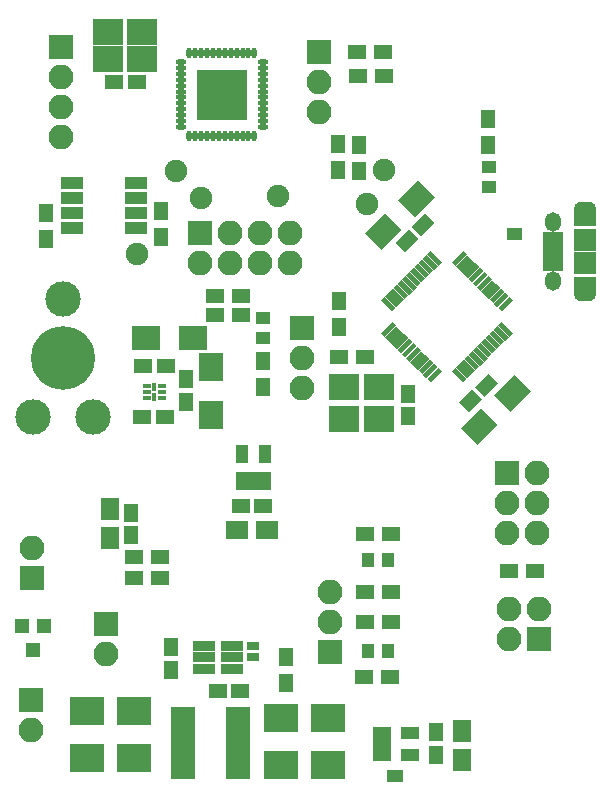
<source format=gbr>
G04 #@! TF.FileFunction,Soldermask,Bot*
%FSLAX46Y46*%
G04 Gerber Fmt 4.6, Leading zero omitted, Abs format (unit mm)*
G04 Created by KiCad (PCBNEW 4.0.7) date Sat Apr 21 08:57:54 2018*
%MOMM*%
%LPD*%
G01*
G04 APERTURE LIST*
%ADD10C,0.100000*%
%ADD11R,2.100000X2.100000*%
%ADD12O,2.100000X2.100000*%
%ADD13R,1.650000X1.900000*%
%ADD14R,1.150000X1.600000*%
%ADD15R,1.600000X1.150000*%
%ADD16R,2.900000X2.400000*%
%ADD17R,2.400000X2.000000*%
%ADD18R,1.900000X1.650000*%
%ADD19R,2.000000X2.400000*%
%ADD20R,0.700000X1.000000*%
%ADD21R,1.200000X1.000000*%
%ADD22R,1.000000X1.200000*%
%ADD23O,1.350000X1.650000*%
%ADD24R,1.750000X0.800000*%
%ADD25O,1.950000X1.400000*%
%ADD26R,1.950000X1.600000*%
%ADD27R,1.950000X1.900000*%
%ADD28R,2.000000X6.100000*%
%ADD29R,1.200000X1.300000*%
%ADD30R,1.600000X1.300000*%
%ADD31R,1.000000X0.800000*%
%ADD32R,1.300000X1.600000*%
%ADD33C,3.000000*%
%ADD34C,5.400000*%
%ADD35R,1.600000X1.000000*%
%ADD36R,1.873000X0.900000*%
%ADD37R,2.650000X2.160000*%
%ADD38O,0.940000X0.440000*%
%ADD39O,0.440000X0.940000*%
%ADD40R,4.340000X4.340000*%
%ADD41R,2.500000X2.200000*%
%ADD42R,1.950000X1.000000*%
%ADD43R,0.680000X0.400000*%
%ADD44R,0.450000X0.730000*%
%ADD45R,1.000000X1.600000*%
%ADD46C,1.900000*%
G04 APERTURE END LIST*
D10*
D11*
X110050000Y-153460000D03*
D12*
X110050000Y-156000000D03*
D13*
X140150000Y-164950000D03*
X140150000Y-162450000D03*
D14*
X137950000Y-164500000D03*
X137950000Y-162600000D03*
D15*
X121400000Y-159100000D03*
X119500000Y-159100000D03*
D16*
X124900000Y-165400000D03*
X124900000Y-161400000D03*
X128800000Y-165400000D03*
X128800000Y-161400000D03*
X108400000Y-160800000D03*
X108400000Y-164800000D03*
X112400000Y-160800000D03*
X112400000Y-164800000D03*
D14*
X115524637Y-155398077D03*
X115524637Y-157298077D03*
D10*
G36*
X136455635Y-115830151D02*
X137869849Y-117244365D01*
X136172793Y-118941421D01*
X134758579Y-117527207D01*
X136455635Y-115830151D01*
X136455635Y-115830151D01*
G37*
G36*
X133627207Y-118658579D02*
X135041421Y-120072793D01*
X133344365Y-121769849D01*
X131930151Y-120355635D01*
X133627207Y-118658579D01*
X133627207Y-118658579D01*
G37*
G36*
X137030850Y-118655977D02*
X137844023Y-119469150D01*
X136712652Y-120600521D01*
X135899479Y-119787348D01*
X137030850Y-118655977D01*
X137030850Y-118655977D01*
G37*
G36*
X135687348Y-119999479D02*
X136500521Y-120812652D01*
X135369150Y-121944023D01*
X134555977Y-121130850D01*
X135687348Y-119999479D01*
X135687348Y-119999479D01*
G37*
D14*
X135650000Y-135850000D03*
X135650000Y-133950000D03*
D10*
G36*
X141494365Y-138269849D02*
X140080151Y-136855635D01*
X141777207Y-135158579D01*
X143191421Y-136572793D01*
X141494365Y-138269849D01*
X141494365Y-138269849D01*
G37*
G36*
X144322793Y-135441421D02*
X142908579Y-134027207D01*
X144605635Y-132330151D01*
X146019849Y-133744365D01*
X144322793Y-135441421D01*
X144322793Y-135441421D01*
G37*
G36*
X140747399Y-135515774D02*
X139934226Y-134702601D01*
X141065597Y-133571230D01*
X141878770Y-134384403D01*
X140747399Y-135515774D01*
X140747399Y-135515774D01*
G37*
G36*
X142090901Y-134172272D02*
X141277728Y-133359099D01*
X142409099Y-132227728D01*
X143222272Y-133040901D01*
X142090901Y-134172272D01*
X142090901Y-134172272D01*
G37*
D15*
X110750000Y-107500000D03*
X112650000Y-107500000D03*
D17*
X113400000Y-129200000D03*
X117400000Y-129200000D03*
D15*
X113200000Y-131600000D03*
X115100000Y-131600000D03*
D18*
X123667644Y-145429574D03*
X121167644Y-145429574D03*
D15*
X123367644Y-143429574D03*
X121467644Y-143429574D03*
D19*
X118900000Y-135700000D03*
X118900000Y-131700000D03*
D14*
X116800000Y-134600000D03*
X116800000Y-132700000D03*
D13*
X110398077Y-146175363D03*
X110398077Y-143675363D03*
D14*
X112198077Y-145925363D03*
X112198077Y-144025363D03*
D15*
X115000000Y-135900000D03*
X113100000Y-135900000D03*
D20*
X134850000Y-166300000D03*
X134190000Y-166300000D03*
X144950000Y-120400000D03*
X144290000Y-120400000D03*
D21*
X123300000Y-129200000D03*
X123300000Y-127500000D03*
X142499024Y-114765654D03*
X142499024Y-116465654D03*
D22*
X132250000Y-148000000D03*
X133950000Y-148000000D03*
X133900000Y-155700000D03*
X132200000Y-155700000D03*
D11*
X110050000Y-153460000D03*
D12*
X110050000Y-156000000D03*
D11*
X128993900Y-155790900D03*
D12*
X128993900Y-153250900D03*
X128993900Y-150710900D03*
D11*
X128050000Y-104960000D03*
D12*
X128050000Y-107500000D03*
X128050000Y-110040000D03*
D11*
X103700000Y-159860000D03*
D12*
X103700000Y-162400000D03*
D11*
X146690000Y-154700000D03*
D12*
X146690000Y-152160000D03*
X144150000Y-154700000D03*
X144150000Y-152160000D03*
D11*
X126644400Y-128333500D03*
D12*
X126644400Y-130873500D03*
X126644400Y-133413500D03*
D23*
X147900000Y-124400000D03*
X147900000Y-119400000D03*
D24*
X147900000Y-121900000D03*
X147900000Y-121250000D03*
X147900000Y-120600000D03*
X147900000Y-123200000D03*
X147900000Y-122550000D03*
D25*
X150600000Y-125400000D03*
X150600000Y-118400000D03*
D26*
X150600000Y-124800000D03*
X150600000Y-119000000D03*
D27*
X150600000Y-122900000D03*
X150600000Y-120900000D03*
D11*
X117980000Y-120360000D03*
D12*
X117980000Y-122900000D03*
X120520000Y-120360000D03*
X120520000Y-122900000D03*
X123060000Y-120360000D03*
X123060000Y-122900000D03*
X125600000Y-120360000D03*
X125600000Y-122900000D03*
D11*
X143960000Y-140650000D03*
D12*
X146500000Y-140650000D03*
X143960000Y-143190000D03*
X146500000Y-143190000D03*
X143960000Y-145730000D03*
X146500000Y-145730000D03*
D11*
X103800000Y-149540000D03*
D12*
X103800000Y-147000000D03*
D28*
X121250000Y-163500000D03*
X116550000Y-163500000D03*
D29*
X102900000Y-153600000D03*
X104800000Y-153600000D03*
X103850000Y-155600000D03*
D30*
X132000000Y-153250000D03*
X134200000Y-153250000D03*
X132000000Y-150700000D03*
X134200000Y-150700000D03*
X131300000Y-105000000D03*
X133500000Y-105000000D03*
X131400000Y-107000000D03*
X133600000Y-107000000D03*
D31*
X122524637Y-156198077D03*
X122524637Y-155298077D03*
D32*
X125300000Y-156200000D03*
X125300000Y-158400000D03*
X123300000Y-131150000D03*
X123300000Y-133350000D03*
X142399024Y-112865654D03*
X142399024Y-110665654D03*
D30*
X132000000Y-145800000D03*
X134200000Y-145800000D03*
X134100000Y-157900000D03*
X131900000Y-157900000D03*
D32*
X129800000Y-128300000D03*
X129800000Y-126100000D03*
D30*
X129800000Y-130800000D03*
X132000000Y-130800000D03*
X144200000Y-148900000D03*
X146400000Y-148900000D03*
D32*
X131450000Y-115050000D03*
X131450000Y-112850000D03*
D30*
X119300000Y-125700000D03*
X121500000Y-125700000D03*
X119300000Y-127300000D03*
X121500000Y-127300000D03*
D32*
X114700000Y-120700000D03*
X114700000Y-118500000D03*
X105000000Y-120800000D03*
X105000000Y-118600000D03*
X129650000Y-115000000D03*
X129650000Y-112800000D03*
D30*
X112398077Y-147775363D03*
X114598077Y-147775363D03*
X114598077Y-149575363D03*
X112398077Y-149575363D03*
D33*
X103900000Y-135900000D03*
X108900000Y-135900000D03*
X106400000Y-125900000D03*
D34*
X106400000Y-130900000D03*
D35*
X135750000Y-164550000D03*
X135750000Y-162650000D03*
X133450000Y-162650000D03*
X133450000Y-164550000D03*
X133450000Y-163600000D03*
D36*
X118362637Y-156248077D03*
X120724637Y-156248077D03*
X120724637Y-155298077D03*
X120724637Y-157198077D03*
X118362637Y-157198077D03*
X118362637Y-155298077D03*
D10*
G36*
X138468665Y-132031549D02*
X137521142Y-132979072D01*
X137210015Y-132667945D01*
X138157538Y-131720422D01*
X138468665Y-132031549D01*
X138468665Y-132031549D01*
G37*
G36*
X138115111Y-131677996D02*
X137167588Y-132625519D01*
X136856461Y-132314392D01*
X137803984Y-131366869D01*
X138115111Y-131677996D01*
X138115111Y-131677996D01*
G37*
G36*
X137761558Y-131324443D02*
X136814035Y-132271966D01*
X136502908Y-131960839D01*
X137450431Y-131013316D01*
X137761558Y-131324443D01*
X137761558Y-131324443D01*
G37*
G36*
X137408005Y-130970889D02*
X136460482Y-131918412D01*
X136149355Y-131607285D01*
X137096878Y-130659762D01*
X137408005Y-130970889D01*
X137408005Y-130970889D01*
G37*
G36*
X137054451Y-130617336D02*
X136106928Y-131564859D01*
X135795801Y-131253732D01*
X136743324Y-130306209D01*
X137054451Y-130617336D01*
X137054451Y-130617336D01*
G37*
G36*
X136700898Y-130263783D02*
X135753375Y-131211306D01*
X135442248Y-130900179D01*
X136389771Y-129952656D01*
X136700898Y-130263783D01*
X136700898Y-130263783D01*
G37*
G36*
X136347344Y-129910229D02*
X135399821Y-130857752D01*
X135088694Y-130546625D01*
X136036217Y-129599102D01*
X136347344Y-129910229D01*
X136347344Y-129910229D01*
G37*
G36*
X135993791Y-129556676D02*
X135046268Y-130504199D01*
X134735141Y-130193072D01*
X135682664Y-129245549D01*
X135993791Y-129556676D01*
X135993791Y-129556676D01*
G37*
G36*
X135640238Y-129203122D02*
X134692715Y-130150645D01*
X134381588Y-129839518D01*
X135329111Y-128891995D01*
X135640238Y-129203122D01*
X135640238Y-129203122D01*
G37*
G36*
X135286684Y-128849569D02*
X134339161Y-129797092D01*
X134028034Y-129485965D01*
X134975557Y-128538442D01*
X135286684Y-128849569D01*
X135286684Y-128849569D01*
G37*
G36*
X134933131Y-128496016D02*
X133985608Y-129443539D01*
X133674481Y-129132412D01*
X134622004Y-128184889D01*
X134933131Y-128496016D01*
X134933131Y-128496016D01*
G37*
G36*
X134579578Y-128142462D02*
X133632055Y-129089985D01*
X133320928Y-128778858D01*
X134268451Y-127831335D01*
X134579578Y-128142462D01*
X134579578Y-128142462D01*
G37*
G36*
X134579578Y-126657538D02*
X134268451Y-126968665D01*
X133320928Y-126021142D01*
X133632055Y-125710015D01*
X134579578Y-126657538D01*
X134579578Y-126657538D01*
G37*
G36*
X134933131Y-126303984D02*
X134622004Y-126615111D01*
X133674481Y-125667588D01*
X133985608Y-125356461D01*
X134933131Y-126303984D01*
X134933131Y-126303984D01*
G37*
G36*
X135286684Y-125950431D02*
X134975557Y-126261558D01*
X134028034Y-125314035D01*
X134339161Y-125002908D01*
X135286684Y-125950431D01*
X135286684Y-125950431D01*
G37*
G36*
X135640238Y-125596878D02*
X135329111Y-125908005D01*
X134381588Y-124960482D01*
X134692715Y-124649355D01*
X135640238Y-125596878D01*
X135640238Y-125596878D01*
G37*
G36*
X135993791Y-125243324D02*
X135682664Y-125554451D01*
X134735141Y-124606928D01*
X135046268Y-124295801D01*
X135993791Y-125243324D01*
X135993791Y-125243324D01*
G37*
G36*
X136347344Y-124889771D02*
X136036217Y-125200898D01*
X135088694Y-124253375D01*
X135399821Y-123942248D01*
X136347344Y-124889771D01*
X136347344Y-124889771D01*
G37*
G36*
X136700898Y-124536217D02*
X136389771Y-124847344D01*
X135442248Y-123899821D01*
X135753375Y-123588694D01*
X136700898Y-124536217D01*
X136700898Y-124536217D01*
G37*
G36*
X137054451Y-124182664D02*
X136743324Y-124493791D01*
X135795801Y-123546268D01*
X136106928Y-123235141D01*
X137054451Y-124182664D01*
X137054451Y-124182664D01*
G37*
G36*
X137408005Y-123829111D02*
X137096878Y-124140238D01*
X136149355Y-123192715D01*
X136460482Y-122881588D01*
X137408005Y-123829111D01*
X137408005Y-123829111D01*
G37*
G36*
X137761558Y-123475557D02*
X137450431Y-123786684D01*
X136502908Y-122839161D01*
X136814035Y-122528034D01*
X137761558Y-123475557D01*
X137761558Y-123475557D01*
G37*
G36*
X138115111Y-123122004D02*
X137803984Y-123433131D01*
X136856461Y-122485608D01*
X137167588Y-122174481D01*
X138115111Y-123122004D01*
X138115111Y-123122004D01*
G37*
G36*
X138468665Y-122768451D02*
X138157538Y-123079578D01*
X137210015Y-122132055D01*
X137521142Y-121820928D01*
X138468665Y-122768451D01*
X138468665Y-122768451D01*
G37*
G36*
X140589985Y-122132055D02*
X139642462Y-123079578D01*
X139331335Y-122768451D01*
X140278858Y-121820928D01*
X140589985Y-122132055D01*
X140589985Y-122132055D01*
G37*
G36*
X140943539Y-122485608D02*
X139996016Y-123433131D01*
X139684889Y-123122004D01*
X140632412Y-122174481D01*
X140943539Y-122485608D01*
X140943539Y-122485608D01*
G37*
G36*
X141297092Y-122839161D02*
X140349569Y-123786684D01*
X140038442Y-123475557D01*
X140985965Y-122528034D01*
X141297092Y-122839161D01*
X141297092Y-122839161D01*
G37*
G36*
X141650645Y-123192715D02*
X140703122Y-124140238D01*
X140391995Y-123829111D01*
X141339518Y-122881588D01*
X141650645Y-123192715D01*
X141650645Y-123192715D01*
G37*
G36*
X142004199Y-123546268D02*
X141056676Y-124493791D01*
X140745549Y-124182664D01*
X141693072Y-123235141D01*
X142004199Y-123546268D01*
X142004199Y-123546268D01*
G37*
G36*
X142357752Y-123899821D02*
X141410229Y-124847344D01*
X141099102Y-124536217D01*
X142046625Y-123588694D01*
X142357752Y-123899821D01*
X142357752Y-123899821D01*
G37*
G36*
X142711306Y-124253375D02*
X141763783Y-125200898D01*
X141452656Y-124889771D01*
X142400179Y-123942248D01*
X142711306Y-124253375D01*
X142711306Y-124253375D01*
G37*
G36*
X143064859Y-124606928D02*
X142117336Y-125554451D01*
X141806209Y-125243324D01*
X142753732Y-124295801D01*
X143064859Y-124606928D01*
X143064859Y-124606928D01*
G37*
G36*
X143418412Y-124960482D02*
X142470889Y-125908005D01*
X142159762Y-125596878D01*
X143107285Y-124649355D01*
X143418412Y-124960482D01*
X143418412Y-124960482D01*
G37*
G36*
X143771966Y-125314035D02*
X142824443Y-126261558D01*
X142513316Y-125950431D01*
X143460839Y-125002908D01*
X143771966Y-125314035D01*
X143771966Y-125314035D01*
G37*
G36*
X144125519Y-125667588D02*
X143177996Y-126615111D01*
X142866869Y-126303984D01*
X143814392Y-125356461D01*
X144125519Y-125667588D01*
X144125519Y-125667588D01*
G37*
G36*
X144479072Y-126021142D02*
X143531549Y-126968665D01*
X143220422Y-126657538D01*
X144167945Y-125710015D01*
X144479072Y-126021142D01*
X144479072Y-126021142D01*
G37*
G36*
X144479072Y-128778858D02*
X144167945Y-129089985D01*
X143220422Y-128142462D01*
X143531549Y-127831335D01*
X144479072Y-128778858D01*
X144479072Y-128778858D01*
G37*
G36*
X144125519Y-129132412D02*
X143814392Y-129443539D01*
X142866869Y-128496016D01*
X143177996Y-128184889D01*
X144125519Y-129132412D01*
X144125519Y-129132412D01*
G37*
G36*
X143771966Y-129485965D02*
X143460839Y-129797092D01*
X142513316Y-128849569D01*
X142824443Y-128538442D01*
X143771966Y-129485965D01*
X143771966Y-129485965D01*
G37*
G36*
X143418412Y-129839518D02*
X143107285Y-130150645D01*
X142159762Y-129203122D01*
X142470889Y-128891995D01*
X143418412Y-129839518D01*
X143418412Y-129839518D01*
G37*
G36*
X143064859Y-130193072D02*
X142753732Y-130504199D01*
X141806209Y-129556676D01*
X142117336Y-129245549D01*
X143064859Y-130193072D01*
X143064859Y-130193072D01*
G37*
G36*
X142711306Y-130546625D02*
X142400179Y-130857752D01*
X141452656Y-129910229D01*
X141763783Y-129599102D01*
X142711306Y-130546625D01*
X142711306Y-130546625D01*
G37*
G36*
X142357752Y-130900179D02*
X142046625Y-131211306D01*
X141099102Y-130263783D01*
X141410229Y-129952656D01*
X142357752Y-130900179D01*
X142357752Y-130900179D01*
G37*
G36*
X142004199Y-131253732D02*
X141693072Y-131564859D01*
X140745549Y-130617336D01*
X141056676Y-130306209D01*
X142004199Y-131253732D01*
X142004199Y-131253732D01*
G37*
G36*
X141650645Y-131607285D02*
X141339518Y-131918412D01*
X140391995Y-130970889D01*
X140703122Y-130659762D01*
X141650645Y-131607285D01*
X141650645Y-131607285D01*
G37*
G36*
X141297092Y-131960839D02*
X140985965Y-132271966D01*
X140038442Y-131324443D01*
X140349569Y-131013316D01*
X141297092Y-131960839D01*
X141297092Y-131960839D01*
G37*
G36*
X140943539Y-132314392D02*
X140632412Y-132625519D01*
X139684889Y-131677996D01*
X139996016Y-131366869D01*
X140943539Y-132314392D01*
X140943539Y-132314392D01*
G37*
G36*
X140589985Y-132667945D02*
X140278858Y-132979072D01*
X139331335Y-132031549D01*
X139642462Y-131720422D01*
X140589985Y-132667945D01*
X140589985Y-132667945D01*
G37*
D37*
X130175000Y-136100000D03*
X130175000Y-133400000D03*
X133125000Y-133400000D03*
X133125000Y-136100000D03*
D38*
X123350000Y-105850000D03*
X123350000Y-106350000D03*
X123350000Y-106850000D03*
X123350000Y-107350000D03*
X123350000Y-107850000D03*
X123350000Y-108350000D03*
X123350000Y-108850000D03*
X123350000Y-109350000D03*
X123350000Y-109850000D03*
X123350000Y-110350000D03*
X123350000Y-110850000D03*
X123350000Y-111350000D03*
D39*
X122600000Y-112100000D03*
X122100000Y-112100000D03*
X121600000Y-112100000D03*
X121100000Y-112100000D03*
X120600000Y-112100000D03*
X120100000Y-112100000D03*
X119600000Y-112100000D03*
X119100000Y-112100000D03*
X118600000Y-112100000D03*
X118100000Y-112100000D03*
X117600000Y-112100000D03*
X117100000Y-112100000D03*
D38*
X116350000Y-111350000D03*
X116350000Y-110850000D03*
X116350000Y-110350000D03*
X116350000Y-109850000D03*
X116350000Y-109350000D03*
X116350000Y-108850000D03*
X116350000Y-108350000D03*
X116350000Y-107850000D03*
X116350000Y-107350000D03*
X116350000Y-106850000D03*
X116350000Y-106350000D03*
X116350000Y-105850000D03*
D39*
X117100000Y-105100000D03*
X117600000Y-105100000D03*
X118100000Y-105100000D03*
X118600000Y-105100000D03*
X119100000Y-105100000D03*
X119600000Y-105100000D03*
X120100000Y-105100000D03*
X120600000Y-105100000D03*
X121100000Y-105100000D03*
X121600000Y-105100000D03*
X122100000Y-105100000D03*
X122600000Y-105100000D03*
D40*
X119850000Y-108600000D03*
D41*
X110200000Y-103300000D03*
X113100000Y-103300000D03*
X113100000Y-105600000D03*
X110200000Y-105600000D03*
D42*
X107200000Y-119905000D03*
X107200000Y-118635000D03*
X107200000Y-117365000D03*
X107200000Y-116095000D03*
X112600000Y-116095000D03*
X112600000Y-117365000D03*
X112600000Y-118635000D03*
X112600000Y-119905000D03*
D43*
X113500000Y-133800000D03*
X114775000Y-133800000D03*
X113500000Y-133300000D03*
X113500000Y-134300000D03*
X114775000Y-133300000D03*
X114775000Y-134300000D03*
D44*
X114137500Y-133390000D03*
X114137500Y-134210000D03*
D45*
X123467644Y-139029574D03*
X121567644Y-139029574D03*
X121567644Y-141329574D03*
X123467644Y-141329574D03*
X122517644Y-141329574D03*
D11*
X106250000Y-104580000D03*
D12*
X106250000Y-107120000D03*
X106250000Y-109660000D03*
X106250000Y-112200000D03*
D46*
X132150000Y-117850000D03*
X133600000Y-115000000D03*
X118050000Y-117400000D03*
X115950000Y-115050000D03*
X112700000Y-122100000D03*
X124600000Y-117200000D03*
M02*

</source>
